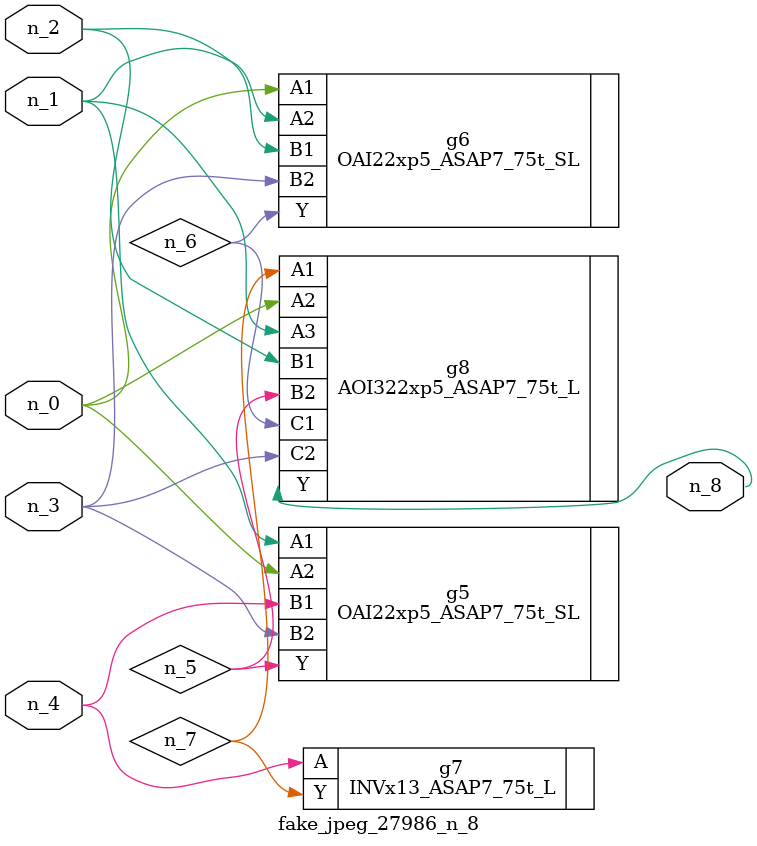
<source format=v>
module fake_jpeg_27986_n_8 (n_3, n_2, n_1, n_0, n_4, n_8);

input n_3;
input n_2;
input n_1;
input n_0;
input n_4;

output n_8;

wire n_6;
wire n_5;
wire n_7;

OAI22xp5_ASAP7_75t_SL g5 ( 
.A1(n_1),
.A2(n_0),
.B1(n_4),
.B2(n_3),
.Y(n_5)
);

OAI22xp5_ASAP7_75t_SL g6 ( 
.A1(n_0),
.A2(n_1),
.B1(n_2),
.B2(n_3),
.Y(n_6)
);

INVx13_ASAP7_75t_L g7 ( 
.A(n_4),
.Y(n_7)
);

AOI322xp5_ASAP7_75t_L g8 ( 
.A1(n_7),
.A2(n_0),
.A3(n_1),
.B1(n_2),
.B2(n_5),
.C1(n_6),
.C2(n_3),
.Y(n_8)
);


endmodule
</source>
